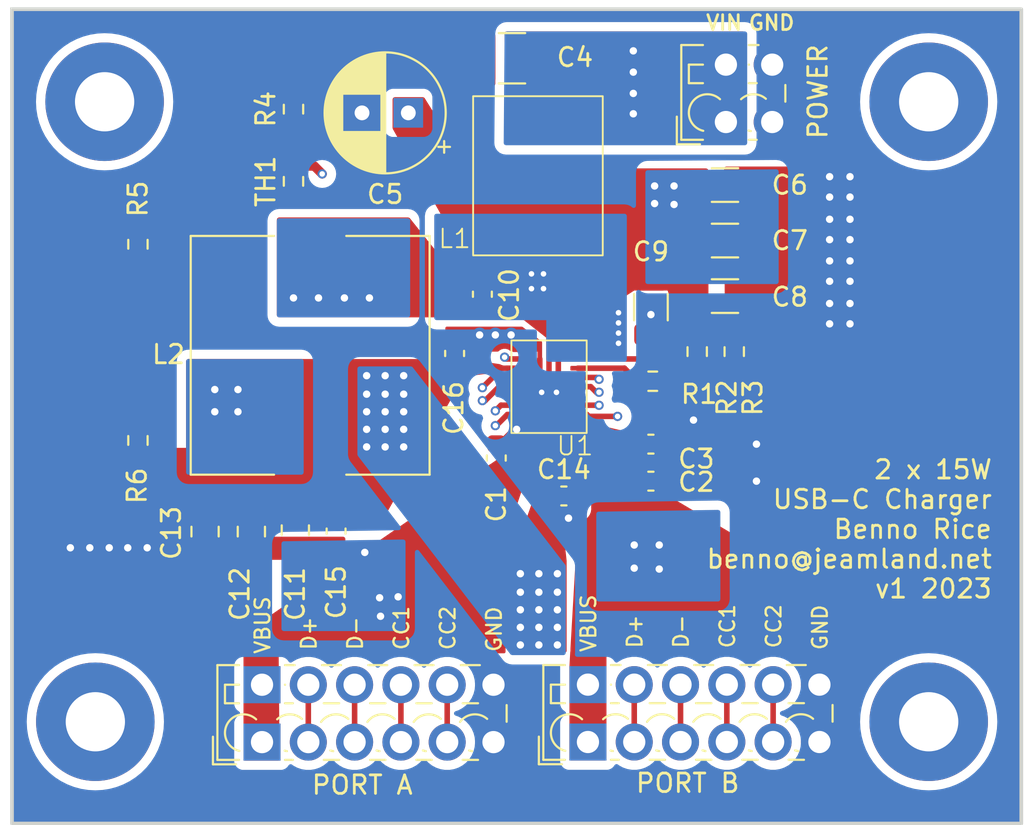
<source format=kicad_pcb>
(kicad_pcb (version 20221018) (generator pcbnew)
  (layers (0 "F.Cu" signal) (1 "In1.Cu" signal) (2 "In2.Cu" signal) (31 "B.Cu" signal) (34 "B.Paste" user) (35 "F.Paste" user) (36 "B.SilkS" user "B.Silkscreen") (37 "F.SilkS" user "F.Silkscreen") (38 "B.Mask" user) (39 "F.Mask" user) (44 "Edge.Cuts" user))
  (net 0 "")
  (net 1 "GND")
  (net 2 "Net-(U1-OUT)")
  (net 3 "Net-(U1-IN)")
  (net 4 "Net-(U1-BOOT)")
  (net 5 "Net-(U1-SW)")
  (net 6 "/BIAS")
  (net 7 "Net-(U1-FREQ{slash}SYNC)")
  (net 8 "Net-(U1-EN{slash}UV)")
  (net 9 "/TS")
  (net 10 "Net-(R5-Pad1)")
  (net 11 "/VBUS_A")
  (net 12 "/VBUS_B")
  (net 13 "/DP_A")
  (net 14 "/DM_A")
  (net 15 "/CC1_A")
  (net 16 "/CC2_A")
  (net 17 "/DP_B")
  (net 18 "/DM_B")
  (net 19 "/CC1_B")
  (net 20 "/CC2_B")
  (net 21 "Net-(J1-Pin_1)")
  (footprint "Resistor_SMD:R_0603_1608Metric" (layer "F.Cu") (at 117.8 57.2 90)
    (fp_text reference "R5" (at 2.45 0 90) (layer "F.SilkS"))
    (fp_text value "100KΩ")
    (pad "1" smd roundrect (at -0.825 0 90) (size 0.8 0.95) (layers "F.Cu" "F.Paste" "F.Mask") (net 10 "Net-(R5-Pad1)"))
    (pad "2" smd roundrect (at 0.825 0 90) (size 0.8 0.95) (layers "F.Cu" "F.Paste" "F.Mask") (net 9 "/TS"))
  )
  (footprint "Capacitor_SMD:C_1206_3216Metric" (layer "F.Cu") (at 145.5 60.6 -90)
    (fp_text reference "C9" (at -3 0 -180) (layer "F.SilkS"))
    (fp_text value "0.1µF 50V")
    (pad "1" smd roundrect (at -1.475 0 270) (size 1.15 1.8) (layers "F.Cu" "F.Paste" "F.Mask") (roundrect_rratio 0.217391) (net 3 "Net-(U1-IN)"))
    (pad "2" smd roundrect (at 1.475 0 270) (size 1.15 1.8) (layers "F.Cu" "F.Paste" "F.Mask") (roundrect_rratio 0.217391) (net 1 "GND"))
  )
  (footprint "Resistor_SMD:R_0603_1608Metric" (layer "F.Cu") (at 145.6 64.6)
    (fp_text reference "R1" (at 2.5 0.7) (layer "F.SilkS"))
    (fp_text value "49.9KΩ")
    (pad "1" smd roundrect (at -0.825 0) (size 0.8 0.95) (layers "F.Cu" "F.Paste" "F.Mask") (net 7 "Net-(U1-FREQ{slash}SYNC)"))
    (pad "2" smd roundrect (at 0.825 0) (size 0.8 0.95) (layers "F.Cu" "F.Paste" "F.Mask") (net 1 "GND"))
  )
  (footprint "Resistor_SMD:R_0603_1608Metric" (layer "F.Cu") (at 148 63 -90)
    (fp_text reference "R2" (at 2.5 -1.6 90) (layer "F.SilkS"))
    (fp_text value "20KΩ")
    (pad "1" smd roundrect (at -0.825 0 270) (size 0.8 0.95) (layers "F.Cu" "F.Paste" "F.Mask") (net 3 "Net-(U1-IN)"))
    (pad "2" smd roundrect (at 0.825 0 270) (size 0.8 0.95) (layers "F.Cu" "F.Paste" "F.Mask") (net 8 "Net-(U1-EN{slash}UV)"))
  )
  (footprint "Inductor_SMD:L_Vishay_IHLP-5050" (layer "F.Cu") (at 127.1 63.2 -90)
    (fp_text reference "L2" (at -0.05 7.65 -180) (layer "F.SilkS"))
    (fp_text value "3.3µH")
    (pad "1" smd rect (at -5.715 0 270) (size 3.175 3.3) (layers "F.Cu" "F.Paste" "F.Mask") (net 5 "Net-(U1-SW)"))
    (pad "2" smd rect (at 5.715 0 270) (size 3.175 3.3) (layers "F.Cu" "F.Paste" "F.Mask") (net 6 "/BIAS"))
  )
  (footprint "Capacitor_SMD:C_0603_1608Metric" (layer "F.Cu") (at 145.5 68)
    (fp_text reference "C3" (at 2.45 0.8) (layer "F.SilkS"))
    (fp_text value "2.2µF")
    (pad "1" smd roundrect (at -0.775 0) (size 0.9 0.95) (layers "F.Cu" "F.Paste" "F.Mask") (net 2 "Net-(U1-OUT)"))
    (pad "2" smd roundrect (at 0.775 0) (size 0.9 0.95) (layers "F.Cu" "F.Paste" "F.Mask") (net 1 "GND"))
  )
  (footprint "MountingHole:MountingHole_3.2mm_M3_Pad_TopBottom" (layer "F.Cu") (at 160.5 83)
    (fp_text reference "H4" hide)
    (fp_text value "MountingHole")
    (pad "1" thru_hole circle (at 0 0) (size 3.6 3.6) (drill 3.2) (layers "*.Cu" "*.Mask"))
    (pad "1" connect circle (at 0 0) (size 6.4 6.4) (layers "F.Cu" "F.Mask"))
    (pad "1" connect circle (at 0 0) (size 6.4 6.4) (layers "B.Cu" "B.Mask"))
  )
  (footprint "Project:BMRx00060630" (layer "F.Cu") (at 139.4 53.5 -90)
    (fp_text reference "L1" (at 3.4 4.5 unlocked) (layer "F.SilkS") (effects (font (thickness 0.1))))
    (fp_text value "1µH")
    (pad "1" smd roundrect (at -3.025 0 270) (size 2.35 3.5) (layers "F.Cu" "F.Paste" "F.Mask") (net 21 "Net-(J1-Pin_1)"))
    (pad "2" smd roundrect (at 3.025 0 270) (size 2.35 3.5) (layers "F.Cu" "F.Paste" "F.Mask") (net 3 "Net-(U1-IN)"))
  )
  (footprint "Capacitor_SMD:C_0805_2012Metric" (layer "F.Cu") (at 123.925 72.725 -90)
    (fp_text reference "C12" (at 3.375 0.625 90) (layer "F.SilkS"))
    (fp_text value "22µF 10V")
    (pad "1" smd roundrect (at -0.95 0 270) (size 1 1.45) (layers "F.Cu" "F.Paste" "F.Mask") (net 6 "/BIAS"))
    (pad "2" smd roundrect (at 0.95 0 270) (size 1 1.45) (layers "F.Cu" "F.Paste" "F.Mask") (net 1 "GND"))
  )
  (footprint "MountingHole:MountingHole_3.2mm_M3_Pad_TopBottom" (layer "F.Cu") (at 160.5 49.5)
    (fp_text reference "H2" hide)
    (fp_text value "MountingHole")
    (pad "1" thru_hole circle (at 0 0) (size 3.6 3.6) (drill 3.2) (layers "*.Cu" "*.Mask"))
    (pad "1" connect circle (at 0 0) (size 6.4 6.4) (layers "F.Cu" "F.Mask"))
    (pad "1" connect circle (at 0 0) (size 6.4 6.4) (layers "B.Cu" "B.Mask"))
  )
  (footprint "Capacitor_SMD:C_0603_1608Metric" (layer "F.Cu") (at 140.8 70.8)
    (fp_text reference "C14" (at 0 -1.43) (layer "F.SilkS"))
    (fp_text value "0.1µF 50V")
    (pad "1" smd roundrect (at -0.775 0) (size 0.9 0.95) (layers "F.Cu" "F.Paste" "F.Mask") (net 6 "/BIAS"))
    (pad "2" smd roundrect (at 0.775 0) (size 0.9 0.95) (layers "F.Cu" "F.Paste" "F.Mask") (net 1 "GND"))
  )
  (footprint "Capacitor_SMD:C_0603_1608Metric" (layer "F.Cu") (at 134.9 63.1 90)
    (fp_text reference "C16" (at -2.95 -0.05 90) (layer "F.SilkS"))
    (fp_text value "0.1µF 50V")
    (pad "1" smd roundrect (at -0.775 0 90) (size 0.9 0.95) (layers "F.Cu" "F.Paste" "F.Mask") (net 6 "/BIAS"))
    (pad "2" smd roundrect (at 0.775 0 90) (size 0.9 0.95) (layers "F.Cu" "F.Paste" "F.Mask") (net 1 "GND"))
  )
  (footprint "Resistor_SMD:R_0603_1608Metric" (layer "F.Cu") (at 150 63 90)
    (fp_text reference "R3" (at -2.5 1 90) (layer "F.SilkS"))
    (fp_text value "5.1KΩ")
    (pad "1" smd roundrect (at -0.825 0 90) (size 0.8 0.95) (layers "F.Cu" "F.Paste" "F.Mask") (net 8 "Net-(U1-EN{slash}UV)"))
    (pad "2" smd roundrect (at 0.825 0 90) (size 0.8 0.95) (layers "F.Cu" "F.Paste" "F.Mask") (net 1 "GND"))
  )
  (footprint "Resistor_SMD:R_0603_1608Metric" (layer "F.Cu") (at 126.2 49.9 90)
    (fp_text reference "R4" (at 0 -1.5 90) (layer "F.SilkS"))
    (fp_text value "15KΩ")
    (pad "1" smd roundrect (at -0.825 0 90) (size 0.8 0.95) (layers "F.Cu" "F.Paste" "F.Mask") (net 9 "/TS"))
    (pad "2" smd roundrect (at 0.825 0 90) (size 0.8 0.95) (layers "F.Cu" "F.Paste" "F.Mask") (net 1 "GND"))
  )
  (footprint "MountingHole:MountingHole_3.2mm_M3_Pad_TopBottom" (layer "F.Cu") (at 116 49.5)
    (fp_text reference "H1" hide)
    (fp_text value "MountingHole")
    (pad "1" thru_hole circle (at 0 0) (size 3.6 3.6) (drill 3.2) (layers "*.Cu" "*.Mask"))
    (pad "1" connect circle (at 0 0) (size 6.4 6.4) (layers "F.Cu" "F.Mask"))
    (pad "1" connect circle (at 0 0) (size 6.4 6.4) (layers "B.Cu" "B.Mask"))
  )
  (footprint "TerminalBlock_Phoenix:TerminalBlock_Phoenix_PTSM-0,5-2-2.5-V-THR_1x02_P2.50mm_Vertical" (layer "F.Cu") (at 149.55 50.595)
    (fp_text reference "J1" hide)
    (fp_text value "POWER")
    (pad "1" thru_hole rect (at 0 -3.1) (size 2 2) (drill 1.2) (layers "*.Cu" "*.Mask") (net 21 "Net-(J1-Pin_1)"))
    (pad "1" thru_hole rect (at 0 0) (size 2 2) (drill 1.2) (layers "*.Cu" "*.Mask") (net 21 "Net-(J1-Pin_1)"))
    (pad "2" thru_hole circle (at 2.5 -3.1) (size 2 2) (drill 1.2) (layers "*.Cu" "*.Mask") (net 1 "GND"))
    (pad "2" thru_hole circle (at 2.5 0) (size 2 2) (drill 1.2) (layers "*.Cu" "*.Mask") (net 1 "GND"))
  )
  (footprint "Capacitor_SMD:C_0805_2012Metric" (layer "F.Cu") (at 126.3 72.65 -90)
    (fp_text reference "C11" (at 3.45 0.01 90) (layer "F.SilkS"))
    (fp_text value "22µF 10V")
    (pad "1" smd roundrect (at -0.95 0 270) (size 1 1.45) (layers "F.Cu" "F.Paste" "F.Mask") (net 6 "/BIAS"))
    (pad "2" smd roundrect (at 0.95 0 270) (size 1 1.45) (layers "F.Cu" "F.Paste" "F.Mask") (net 1 "GND"))
  )
  (footprint "Capacitor_SMD:C_1206_3216Metric" (layer "F.Cu") (at 149.5 57)
    (fp_text reference "C7" (at 3.5 0) (layer "F.SilkS"))
    (fp_text value "10µF 50V")
    (pad "1" smd roundrect (at -1.475 0) (size 1.15 1.8) (layers "F.Cu" "F.Paste" "F.Mask") (roundrect_rratio 0.217391) (net 3 "Net-(U1-IN)"))
    (pad "2" smd roundrect (at 1.475 0) (size 1.15 1.8) (layers "F.Cu" "F.Paste" "F.Mask") (roundrect_rratio 0.217391) (net 1 "GND"))
  )
  (footprint "Capacitor_SMD:C_1206_3216Metric" (layer "F.Cu") (at 149.5 60)
    (fp_text reference "C8" (at 3.5 0.05) (layer "F.SilkS"))
    (fp_text value "10µF 50V")
    (pad "1" smd roundrect (at -1.475 0) (size 1.15 1.8) (layers "F.Cu" "F.Paste" "F.Mask") (roundrect_rratio 0.217391) (net 3 "Net-(U1-IN)"))
    (pad "2" smd roundrect (at 1.475 0) (size 1.15 1.8) (layers "F.Cu" "F.Paste" "F.Mask") (roundrect_rratio 0.217391) (net 1 "GND"))
  )
  (footprint "Capacitor_SMD:C_1206_3216Metric" (layer "F.Cu") (at 149.5 54)
    (fp_text reference "C6" (at 3.5 0) (layer "F.SilkS"))
    (fp_text value "10µF 50V")
    (pad "1" smd roundrect (at -1.475 0) (size 1.15 1.8) (layers "F.Cu" "F.Paste" "F.Mask") (roundrect_rratio 0.217391) (net 3 "Net-(U1-IN)"))
    (pad "2" smd roundrect (at 1.475 0) (size 1.15 1.8) (layers "F.Cu" "F.Paste" "F.Mask") (roundrect_rratio 0.217391) (net 1 "GND"))
  )
  (footprint "Capacitor_THT:CP_Radial_D6.3mm_P2.50mm" (layer "F.Cu") (at 132.4 50.1 180)
    (fp_text reference "C5" (at 1.25 -4.4) (layer "F.SilkS"))
    (fp_text value "100µF 35V")
    (pad "1" thru_hole rect (at 0 0 180) (size 1.6 1.6) (drill 0.8) (layers "*.Cu" "*.Mask") (net 3 "Net-(U1-IN)"))
    (pad "2" thru_hole circle (at 2.5 0 180) (size 1.6 1.6) (drill 0.8) (layers "*.Cu" "*.Mask") (net 1 "GND"))
  )
  (footprint "Project:TPS25858-Q1" (layer "F.Cu") (at 140 64.896997)
    (fp_text reference "U1" (at 1.4 3.203003 unlocked) (layer "F.SilkS") (effects (font (thickness 0.1))))
    (fp_text value "TPS25858-Q1")
    (pad "1" smd custom (at -1.4125 -2) (size 0.25 0.25) (layers "F.Cu" "F.Paste" "F.Mask") (net 1 "GND") (options (clearance outline) (anchor circle)) (primitives (gr_poly (pts (xy -0.5375 -0.116798) (xy -0.536876 -0.119937) (xy -0.535098 -0.122598) (xy -0.532437 -0.124376) (xy -0.529298 -0.125) (xy 0.529298 -0.125) (xy 0.532437 -0.124376) (xy 0.535098 -0.122598) (xy 0.536876 -0.119937) (xy 0.5375 -0.116798) (xy 0.5375 0.116798) (xy 0.536876 0.119937) (xy 0.535098 0.122598) (xy 0.532437 0.124376) (xy 0.529298 0.125) (xy -0.529298 0.125) (xy -0.532437 0.124376) (xy -0.535098 0.122598) (xy -0.536876 0.119937) (xy -0.5375 0.116798)) (width 0) (fill yes)) (gr_rect (start -0.1375 -0.45) (end 0.5375 0) (width 0) (fill yes))))
    (pad "2" smd roundrect (at -1.525 -1.5) (size 0.825 0.25) (layers "F.Cu" "F.Paste" "F.Mask") (roundrect_rratio 0.2) (net 9 "/TS"))
    (pad "3" smd roundrect (at -1.55 -1) (size 0.8 0.25) (layers "F.Cu" "F.Paste" "F.Mask") (roundrect_rratio 0.2) (net 6 "/BIAS"))
    (pad "4" smd roundrect (at -1.45 -0.5) (size 1 0.25) (layers "F.Cu" "F.Paste" "F.Mask") (roundrect_rratio 0.2) (net 13 "/DP_A"))
    (pad "5" smd roundrect (at -1.45 0) (size 1 0.25) (layers "F.Cu" "F.Paste" "F.Mask") (roundrect_rratio 0.2) (net 14 "/DM_A"))
    (pad "6" smd roundrect (at -1.45 0.5) (size 1 0.25) (layers "F.Cu" "F.Paste" "F.Mask") (roundrect_rratio 0.2) (net 1 "GND"))
    (pad "7" smd roundrect (at -1.5375 1) (size 0.85 0.25) (layers "F.Cu" "F.Paste" "F.Mask") (roundrect_rratio 0.2) (net 15 "/CC1_A"))
    (pad "8" smd roundrect (at -1.5375 1.5) (size 0.85 0.25) (layers "F.Cu" "F.Paste" "F.Mask") (roundrect_rratio 0.2) (net 16 "/CC2_A"))
    (pad "9" smd custom (at -1.4125 2) (size 0.25 0.25) (layers "F.Cu" "F.Paste" "F.Mask") (net 1 "GND") (options (clearance outline) (anchor circle)) (primitives (gr_poly (pts (xy -0.5375 -0.075) (xy -0.533694 -0.094134) (xy -0.522855 -0.110355) (xy -0.506634 -0.121194) (xy -0.4875 -0.125) (xy 0.4875 -0.125) (xy 0.506634 -0.121194) (xy 0.522855 -0.110355) (xy 0.533694 -0.094134) (xy 0.5375 -0.075) (xy 0.5375 0.075) (xy 0.533694 0.094134) (xy 0.522855 0.110355) (xy 0.506634 0.121194) (xy 0.4875 0.125) (xy -0.4875 0.125) (xy -0.506634 0.121194) (xy -0.522855 0.110355) (xy -0.533694 0.094134) (xy -0.5375 0.075)) (width 0) (fill yes)) (gr_rect (start -0.1375 0) (end 0.5375 0.45) (width 0) (fill yes))))
    (pad "10" smd roundrect (at -0.5 1.675 90) (size 1.55 0.25) (layers "F.Cu" "F.Paste" "F.Mask") (roundrect_rratio 0.2) (net 11 "/VBUS_A"))
    (pad "11" smd roundrect (at 0 1.675 90) (size 1.55 0.25) (layers "F.Cu" "F.Paste" "F.Mask") (roundrect_rratio 0.2) (net 6 "/BIAS"))
    (pad "12" smd roundrect (at 0.5 1.675 90) (size 1.55 0.25) (layers "F.Cu" "F.Paste" "F.Mask") (roundrect_rratio 0.2) (net 12 "/VBUS_B"))
    (pad "13" smd custom (at 1.4125 2) (size 0.25 0.25) (layers "F.Cu" "F.Paste" "F.Mask") (net 2 "Net-(U1-OUT)") (options (clearance outline) (anchor circle)) (primitives (gr_poly (pts (xy -0.5375 -0.075) (xy -0.533694 -0.094134) (xy -0.522855 -0.110355) (xy -0.506634 -0.121194) (xy -0.4875 -0.125) (xy 0.4875 -0.125) (xy 0.506634 -0.121194) (xy 0.522855 -0.110355) (xy 0.533694 -0.094134) (xy 0.5375 -0.075) (xy 0.5375 0.075) (xy 0.533694 0.094134) (xy 0.522855 0.110355) (xy 0.506634 0.121194) (xy 0.4875 0.125) (xy -0.4875 0.125) (xy -0.506634 0.121194) (xy -0.522855 0.110355) (xy -0.533694 0.094134) (xy -0.5375 0.075)) (width 0) (fill yes)) (gr_rect (start -0.5375 0) (end 0.1375 0.45) (width 0) (fill yes))))
    (pad "14" smd roundrect (at 1.5375 1.5 180) (size 0.85 0.25) (layers "F.Cu" "F.Paste" "F.Mask") (roundrect_rratio 0.2) (net 20 "/CC2_B"))
    (pad "15" smd roundrect (at 1.5375 1 180) (size 0.85 0.25) (layers "F.Cu" "F.Paste" "F.Mask") (roundrect_rratio 0.2) (net 19 "/CC1_B"))
    (pad "16" smd roundrect (at 1.45 0.5 180) (size 1 0.25) (layers "F.Cu" "F.Paste" "F.Mask") (roundrect_rratio 0.2) (net 1 "GND"))
    (pad "17" smd roundrect (at 1.45 0 180) (size 1 0.25) (layers "F.Cu" "F.Paste" "F.Mask") (roundrect_rratio 0.2) (net 18 "/DM_B"))
    (pad "18" smd roundrect (at 1.45 -0.5 180) (size 1 0.25) (layers "F.Cu" "F.Paste" "F.Mask") (roundrect_rratio 0.2) (net 17 "/DP_B"))
    (pad "19" smd roundrect (at 1.55 -1 180) (size 0.8 0.25) (layers "F.Cu" "F.Paste" "F.Mask") (roundrect_rratio 0.2) (net 7 "Net-(U1-FREQ{slash}SYNC)"))
    (pad "20" smd roundrect (at 1.525 -1.5 180) (size 0.825 0.25) (layers "F.Cu" "F.Paste" "F.Mask") (roundrect_rratio 0.2) (net 8 "Net-(U1-EN{slash}UV)"))
    (pad "21" smd custom (at 1.4125 -2) (size 0.25 0.25) (layers "F.Cu" "F.Paste" "F.Mask") (net 4 "Net-(U1-BOOT)") (options (clearance outline) (anchor circle)) (primitives (gr_poly (pts (xy -0.5375 -0.075) (xy -0.533694 -0.094134) (xy -0.522855 -0.110355) (xy -0.506634 -0.121194) (xy -0.4875 -0.125) (xy 0.4875 -0.125) (xy 0.506634 -0.121194) (xy 0.522855 -0.110355) (xy 0.533694 -0.094134) (xy 0.5375 -0.075) (xy 0.5375 0.075) (xy 0.533694 0.094134) (xy 0.522855 0.110355) (xy 0.506634 0.121194) (xy 0.4875 0.125) (xy -0.4875 0.125) (xy -0.506634 0.121194) (xy -0.522855 0.110355) (xy -0.533694 0.094134) (xy -0.5375 0.075)) (width 0) (fill yes)) (gr_rect (start -0.5375 -0.45) (end 0.1375 0) (width 0) (fill yes))))
    (pad "22" smd roundrect (at 0.5 -1.5 270) (size 1.9 0.25) (layers "F.Cu" "F.Paste" "F.Mask") (roundrect_rratio 0.2) (net 3 "Net-(U1-IN)"))
    (pad "23" smd roundrect (at 0 -1.5 270) (size 1.9 0.25) (layers "F.Cu" "F.Paste" "F.Mask") (roundrect_rratio 0.2) (net 5 "Net-(U1-SW)"))
    (pad "24" smd roundrect (at -0.5 -1.5 270) (size 1.9 0.25) (layers "F.Cu" "F.Paste" "F.Mask") (roundrect_rratio 0.2) (net 1 "GND"))
    (pad "25" smd roundrect (at 0 0.325) (size 1.325 0.65) (layers "F.Cu" "F.Paste" "F.Mask") (roundrect_rratio 0.2) (net 1 "GND"))
  )
  (footprint "MountingHole:MountingHole_3.2mm_M3_Pad_TopBottom" (layer "F.Cu") (at 115.5 83)
    (fp_text reference "H3" hide)
    (fp_text value "MountingHole")
    (pad "1" thru_hole circle (at 0 0) (size 3.6 3.6) (drill 3.2) (layers "*.Cu" "*.Mask"))
    (pad "1" connect circle (at 0 0) (size 6.4 6.4) (layers "F.Cu" "F.Mask"))
    (pad "1" connect circle (at 0 0) (size 6.4 6.4) (layers "B.Cu" "B.Mask"))
  )
  (footprint "Capacitor_SMD:C_0603_1608Metric" (layer "F.Cu") (at 137.15 68.75 90)
    (fp_text reference "C1" (at -2.5 0 90) (layer "F.SilkS"))
    (fp_text value "1µF 6.3V")
    (pad "1" smd roundrect (at -0.775 0 90) (size 0.9 0.95) (layers "F.Cu" "F.Paste" "F.Mask") (net 11 "/VBUS_A"))
    (pad "2" smd roundrect (at 0.775 0 90) (size 0.9 0.95) (layers "F.Cu" "F.Paste" "F.Mask") (net 1 "GND"))
  )
  (footprint "Capacitor_SMD:C_0603_1608Metric" (layer "F.Cu") (at 128.5 72.7 -90)
    (fp_text reference "C15" (at 3.3 0 90) (layer "F.SilkS"))
    (fp_text value "2.2µF")
    (pad "1" smd roundrect (at -0.775 0 270) (size 0.9 0.95) (layers "F.Cu" "F.Paste" "F.Mask") (net 6 "/BIAS"))
    (pad "2" smd roundrect (at 0.775 0 270) (size 0.9 0.95) (layers "F.Cu" "F.Paste" "F.Mask") (net 1 "GND"))
  )
  (footprint "TerminalBlock_Phoenix:TerminalBlock_Phoenix_PTSM-0,5-6-2.5-V-THR_1x06_P2.50mm_Vertical" (layer "F.Cu") (at 124.5 84.1)
    (fp_text reference "J2" hide)
    (fp_text value "PORT_A")
    (pad "1" thru_hole rect (at 0 -3.1) (size 2 2) (drill 1.2) (layers "*.Cu" "*.Mask") (net 11 "/VBUS_A"))
    (pad "1" thru_hole rect (at 0 0) (size 2 2) (drill 1.2) (layers "*.Cu" "*.Mask") (net 11 "/VBUS_A"))
    (pad "2" thru_hole circle (at 2.5 -3.1) (size 2 2) (drill 1.2) (layers "*.Cu" "*.Mask") (net 13 "/DP_A"))
    (pad "2" thru_hole circle (at 2.5 0) (size 2 2) (drill 1.2) (layers "*.Cu" "*.Mask") (net 13 "/DP_A"))
    (pad "3" thru_hole circle (at 5 -3.1) (size 2 2) (drill 1.2) (layers "*.Cu" "*.Mask") (net 14 "/DM_A"))
    (pad "3" thru_hole circle (at 5 0) (size 2 2) (drill 1.2) (layers "*.Cu" "*.Mask") (net 14 "/DM_A"))
    (pad "4" thru_hole circle (at 7.5 -3.1) (size 2 2) (drill 1.2) (layers "*.Cu" "*.Mask") (net 15 "/CC1_A"))
    (pad "4" thru_hole circle (at 7.5 0) (size 2 2) (drill 1.2) (layers "*.Cu" "*.Mask") (net 15 "/CC1_A"))
    (pad "5" thru_hole circle (at 10 -3.1) (size 2 2) (drill 1.2) (layers "*.Cu" "*.Mask") (net 16 "/CC2_A"))
    (pad "5" thru_hole circle (at 10 0) (size 2 2) (drill 1.2) (layers "*.Cu" "*.Mask") (net 16 "/CC2_A"))
    (pad "6" thru_hole circle (at 12.5 -3.1) (size 2 2) (drill 1.2) (layers "*.Cu" "*.Mask") (net 1 "GND"))
    (pad "6" thru_hole circle (at 12.5 0) (size 2 2) (drill 1.2) (layers "*.Cu" "*.Mask") (net 1 "GND"))
  )
  (footprint "Capacitor_SMD:C_0603_1608Metric" (layer "F.Cu") (at 145.5 70)
    (fp_text reference "C2" (at 2.45 0.05) (layer "F.SilkS"))
    (fp_text value "1µF 6.3V")
    (pad "1" smd roundrect (at -0.775 0) (size 0.9 0.95) (layers "F.Cu" "F.Paste" "F.Mask") (net 12 "/VBUS_B"))
    (pad "2" smd roundrect (at 0.775 0) (size 0.9 0.95) (layers "F.Cu" "F.Paste" "F.Mask") (net 1 "GND"))
  )
  (footprint "Capacitor_SMD:C_1210_3225Metric" (layer "F.Cu") (at 138 47.15 180)
    (fp_text reference "C4" (at -3.4 0.05 180) (layer "F.SilkS"))
    (fp_text value "10µF 50V")
    (pad "1" smd roundrect (at -1.475 0 180) (size 1.15 2.7) (layers "F.Cu" "F.Paste" "F.Mask") (roundrect_rratio 0.217391) (net 21 "Net-(J1-Pin_1)"))
    (pad "2" smd roundrect (at 1.475 0 180) (size 1.15 2.7) (layers "F.Cu" "F.Paste" "F.Mask") (roundrect_rratio 0.217391) (net 1 "GND"))
  )
  (footprint "Capacitor_SMD:C_0603_1608Metric" (layer "F.Cu") (at 136.4 59.9 -90)
    (fp_text reference "C10" (at 0.05 -1.45 90) (layer "F.SilkS"))
    (fp_text value "0.1µF 50V")
    (pad "1" smd roundrect (at -0.775 0 270) (size 0.9 0.95) (layers "F.Cu" "F.Paste" "F.Mask") (net 4 "Net-(U1-BOOT)"))
    (pad "2" smd roundrect (at 0.775 0 270) (size 0.9 0.95) (layers "F.Cu" "F.Paste" "F.Mask") (net 5 "Net-(U1-SW)"))
  )
  (footprint "TerminalBlock_Phoenix:TerminalBlock_Phoenix_PTSM-0,5-6-2.5-V-THR_1x06_P2.50mm_Vertical" (layer "F.Cu") (at 142.1 84.095)
    (fp_text reference "J3" hide)
    (fp_text value "PORT_B")
    (pad "1" thru_hole rect (at 0 -3.1) (size 2 2) (drill 1.2) (layers "*.Cu" "*.Mask") (net 12 "/VBUS_B"))
    (pad "1" thru_hole rect (at 0 0) (size 2 2) (drill 1.2) (layers "*.Cu" "*.Mask") (net 12 "/VBUS_B"))
    (pad "2" thru_hole circle (at 2.5 -3.1) (size 2 2) (drill 1.2) (layers "*.Cu" "*.Mask") (net 17 "/DP_B"))
    (pad "2" thru_hole circle (at 2.5 0) (size 2 2) (drill 1.2) (layers "*.Cu" "*.Mask") (net 17 "/DP_B"))
    (pad "3" thru_hole circle (at 5 -3.1) (size 2 2) (drill 1.2) (layers "*.Cu" "*.Mask") (net 18 "/DM_B"))
    (pad "3" thru_hole circle (at 5 0) (size 2 2) (drill 1.2) (layers "*.Cu" "*.Mask") (net 18 "/DM_B"))
    (pad "4" thru_hole circle (at 7.5 -3.1) (size 2 2) (drill 1.2) (layers "*.Cu" "*.Mask") (net 19 "/CC1_B"))
    (pad "4" thru_hole circle (at 7.5 0) (size 2 2) (drill 1.2) (layers "*.Cu" "*.Mask") (net 19 "/CC1_B"))
    (pad "5" thru_hole circle (at 10 -3.1) (size 2 2) (drill 1.2) (layers "*.Cu" "*.Mask") (net 20 "/CC2_B"))
    (pad "5" thru_hole circle (at 10 0) (size 2 2) (drill 1.2) (layers "*.Cu" "*.Mask") (net 20 "/CC2_B"))
    (pad "6" thru_hole circle (at 12.5 -3.1) (size 2 2) (drill 1.2) (layers "*.Cu" "*.Mask") (net 1 "GND"))
    (pad "6" thru_hole circle (at 12.5 0) (size 2 2) (drill 1.2) (layers "*.Cu" "*.Mask") (net 1 "GND"))
  )
  (footprint "Resistor_SMD:R_0603_1608Metric" (layer "F.Cu") (at 117.8 67.8 -90)
    (fp_text reference "R6" (at 2.45 0.05 90) (layer "F.SilkS"))
    (fp_text value "5.1KΩ")
    (pad "1" smd roundrect (at -0.825 0 270) (size 0.8 0.95) (layers "F.Cu" "F.Paste" "F.Mask") (net 10 "Net-(R5-Pad1)"))
    (pad "2" smd roundrect (at 0.825 0 270) (size 0.8 0.95) (layers "F.Cu" "F.Paste" "F.Mask") (net 6 "/BIAS"))
  )
  (footprint "Resistor_SMD:R_0603_1608Metric" (layer "F.Cu") (at 126.2 53.8 90)
    (fp_text reference "TH1" (at 0 -1.5 90) (layer "F.SilkS"))
    (fp_text value "470KΩ")
    (pad "1" smd roundrect (at -0.825 0 90) (size 0.8 0.95) (layers "F.Cu" "F.Paste" "F.Mask") (net 10 "Net-(R5-Pad1)"))
    (pad "2" smd roundrect (at 0.825 0 90) (size 0.8 0.95) (layers "F.Cu" "F.Paste" "F.Mask") (net 9 "/TS"))
  )
  (footprint "Capacitor_SMD:C_0805_2012Metric" (layer "F.Cu") (at 121.425 72.725 -90)
    (fp_text reference "C13" (at 0.075 1.825 90) (layer "F.SilkS"))
    (fp_text value "22µF 10V")
    (pad "1" smd roundrect (at -0.95 0 270) (size 1 1.45) (layers "F.Cu" "F.Paste" "F.Mask") (net 6 "/BIAS"))
    (pad "2" smd roundrect (at 0.95 0 270) (size 1 1.45) (layers "F.Cu" "F.Paste" "F.Mask") (net 1 "GND"))
  )
  (gr_rect (start 111 44.5) (end 165.5 88.5) (stroke (width 0.2)) (fill none) (layer "Edge.Cuts"))
  (gr_text "CC2" (at 135 79.2 90) (layer "F.SilkS") (effects (font (size 0.8 0.8) (thickness 0.125)) (justify left bottom)))
  (gr_text "D-" (at 130 79.2 90) (layer "F.SilkS") (effects (font (size 0.8 0.8) (thickness 0.125)) (justify left bottom)))
  (gr_text "D+" (at 145.1 79.1 90) (layer "F.SilkS") (effects (font (size 0.8 0.8) (thickness 0.125)) (justify left bottom)))
  (gr_text "CC1" (at 150.1 79.1 90) (layer "F.SilkS") (effects (font (size 0.8 0.8) (thickness 0.125)) (justify left bottom)))
  (gr_text "D+" (at 127.5 79.2 90) (layer "F.SilkS") (effects (font (size 0.8 0.8) (thickness 0.125)) (justify left bottom)))
  (gr_text "POWER" (at 155.1 51.6 90) (layer "F.SilkS") (effects (font (size 1 1)) (justify left bottom)))
  (gr_text "VBUS" (at 125 79.4 90) (layer "F.SilkS") (effects (font (size 0.8 0.8) (thickness 0.125)) (justify left bottom)))
  (gr_text "D-" (at 147.6 79.1 90) (layer "F.SilkS") (effects (font (size 0.8 0.8) (thickness 0.125)) (justify left bottom)))
  (gr_text "CC2" (at 152.6 79.1 90) (layer "F.SilkS") (effects (font (size 0.8 0.8) (thickness 0.125)) (justify left bottom)))
  (gr_text "GND" (at 155.1 79.2 90) (layer "F.SilkS") (effects (font (size 0.8 0.8) (thickness 0.125)) (justify left bottom)))
  (gr_text "GND" (at 137.5 79.3 90) (layer "F.SilkS") (effects (font (size 0.8 0.8) (thickness 0.125)) (justify left bottom)))
  (gr_text "VIN" (at 148.4 45.7) (layer "F.SilkS") (effects (font (size 0.8 0.8)) (justify left bottom)))
  (gr_text "PORT A" (at 127.1 87) (layer "F.SilkS") (effects (font (size 1 1)) (justify left bottom)))
  (gr_text "CC1" (at 132.5 79.2 90) (layer "F.SilkS") (effects (font (size 0.8 0.8) (thickness 0.125)) (justify left bottom)))
  (gr_text "PORT B" (at 144.6 86.9) (layer "F.SilkS") (effects (font (size 1 1)) (justify left bottom)))
  (gr_text "VBUS" (at 142.6 79.3 90) (layer "F.SilkS") (effects (font (size 0.8 0.8) (thickness 0.125)) (justify left bottom)))
  (gr_text "GND" (at 150.7 45.7) (layer "F.SilkS") (effects (font (size 0.8 0.8)) (justify left bottom)))
  (gr_text "2 x 15W\nUSB-C Charger\nBenno Rice\nbenno@jeamland.net\nv1 2023" (at 164 76.4) (layer "F.SilkS") (effects (font (size 1 1)) (justify right bottom)))
  (segment (start 141.575 70.8) (end 141.575 71.4755) (width 1) (layer "F.Cu") (net 1))
  (segment (start 146.425 65.325) (end 147.8 66.7) (width 1) (layer "F.Cu") (net 1))
  (segment (start 137.15 67.975) (end 137.475 67.975) (width 0.5) (layer "F.Cu") (net 1))
  (segment (start 140.175 65.396997) (end 140 65.221997) (width 0.3) (layer "F.Cu") (net 1))
  (segment (start 138.55 65.396997) (end 139.503003 65.396997) (width 0.3) (layer "F.Cu") (net 1))
  (segment (start 145.5 62.075) (end 145.5 61) (width 1) (layer "F.Cu") (net 1))
  (segment (start 139.796997 65.396997) (end 139.825 65.396997) (width 0.3) (layer "F.Cu") (net 1))
  (segment (start 139.6 65.2) (end 139.796997 65.396997) (width 0.3) (layer "F.Cu") (net 1))
  (segment (start 146.275 70) (end 151.2 70) (width 1) (layer "F.Cu") (net 1))
  (segment (start 139.5 64.721997) (end 140 65.221997) (width 0.3) (layer "F.Cu") (net 1))
  (segment (start 139.5 63.396997) (end 139.5 64.721997) (width 0.3) (layer "F.Cu") (net 1))
  (segment (start 128.875 49.075) (end 129.9 50.1) (width 0.5) (layer "F.Cu") (net 1))
  (segment (start 141.45 65.396997) (end 140.175 65.396997) (width 0.3) (layer "F.Cu") (net 1))
  (segment (start 146.275 68) (end 151.2 68) (width 1) (layer "F.Cu") (net 1))
  (segment (start 146.425 64.6) (end 146.425 65.325) (width 1) (layer "F.Cu") (net 1))
  (segment (start 140.3 65.25) (end 140.4 65.2) (width 0.3) (layer "F.Cu") (net 1))
  (segment (start 141.575 71.4755) (end 141.0505 72) (width 1) (layer "F.Cu") (net 1))
  (segment (start 140.4 65.2) (end 140 65.221997) (width 0.3) (layer "F.Cu") (net 1))
  (segment (start 139.825 65.396997) (end 140.3 65.25) (width 0.3) (layer "F.Cu") (net 1))
  (segment (start 137.475 67.975) (end 138.25 67.2) (width 0.5) (layer "F.Cu") (net 1))
  (segment (start 126.2 49.075) (end 128.875 49.075) (width 0.5) (layer "F.Cu") (net 1))
  (segment (start 139.65 65.25) (end 139.6 65.2) (width 0.3) (layer "F.Cu") (net 1))
  (segment (start 139.503003 65.396997) (end 139.65 65.25) (width 0.3) (layer "F.Cu") (net 1))
  (via (at 139.6 65.2) (size 0.5) (drill 0.3) (layers "F.Cu" "B.Cu") (net 1))
  (via (at 136.25 62.1) (size 0.8) (drill 0.4) (layers "F.Cu" "B.Cu") (net 1))
  (via (at 156.25 59.2) (size 0.8) (drill 0.4) (layers "F.Cu" "B.Cu") (net 1))
  (via (at 117.25 73.6) (size 0.8) (drill 0.4) (layers "F.Cu" "B.Cu") (net 1))
  (via (at 155.15 59.2) (size 0.8) (drill 0.4) (layers "F.Cu" "B.Cu") (net 1))
  (via (at 155.15 60.4) (size 0.8) (drill 0.4) (layers "F.Cu" "B.Cu") (net 1))
  (via (at 156.25 55.85) (size 0.8) (drill 0.4) (layers "F.Cu" "B.Cu") (net 1))
  (via (at 155.15 61.5) (size 0.8) (drill 0.4) (layers "F.Cu" "B.Cu") (net 1))
  (via (at 138.25 67.2) (size 0.8) (drill 0.4) (layers "F.Cu" "B.Cu") (net 1))
  (via (at 155.15 53.55) (size 0.8) (drill 0.4) (layers "F.Cu" "B.Cu") (net 1))
  (via (at 114.15 73.6) (size 0.8) (drill 0.4) (layers "F.Cu" "B.Cu") (net 1))
  (via (at 140.4 65.2) (size 0.5) (drill 0.3) (layers "F.Cu" "B.Cu") (net 1))
  (via (at 116.25 73.6) (size 0.8) (drill 0.4) (layers "F.Cu" "B.Cu") (net 1))
  (via (at 118.3 73.6) (size 0.8) (drill 0.4) (layers "F.Cu" "B.Cu") (net 1))
  (via (at 141.0505 72) (size 0.8) (drill 0.4) (layers "F.Cu" "B.Cu") (net 1))
  (via (at 155.15 55.85) (size 0.8) (drill 0.4) (layers "F.Cu" "B.Cu") (net 1))
  (via (at 145.5 61) (size 0.8) (drill 0.4) (layers "F.Cu" "B.Cu") (net 1))
  (via (at 115.2 73.6) (size 0.8) (drill 0.4) (layers "F.Cu" "B.Cu") (net 1))
  (via (at 151.2 68) (size 0.8) (drill 0.4) (layers "F.Cu" "B.Cu") (net 1))
  (via (at 137.1 62.1) (size 0.8) (drill 0.4) (layers "F.Cu" "B.Cu") (net 1))
  (via (at 156.25 61.5) (size 0.8) (drill 0.4) (layers "F.Cu" "B.Cu") (net 1))
  (via (at 155.15 54.65) (size 0.8) (drill 0.4) (layers "F.Cu" "B.Cu") (net 1))
  (via (at 155.15 56.95) (size 0.8) (drill 0.4) (layers "F.Cu" "B.Cu") (net 1))
  (via (at 156.25 60.4) (size 0.8) (drill 0.4) (layers "F.Cu" "B.Cu") (net 1))
  (via (at 156.25 54.65) (size 0.8) (drill 0.4) (layers "F.Cu" "B.Cu") (net 1))
  (via (at 155.15 58.1) (size 0.8) (drill 0.4) (layers "F.Cu" "B.Cu") (net 1))
  (via (at 147.8 66.7) (size 0.8) (drill 0.4) (layers "F.Cu" "B.Cu") (net 1))
  (via (at 156.25 53.55) (size 0.8) (drill 0.4) (layers "F.Cu" "B.Cu") (net 1))
  (via (at 156.25 58.1) (size 0.8) (drill 0.4) (layers "F.Cu" "B.Cu") (net 1))
  (via (at 156.25 56.95) (size 0.8) (drill 0.4) (layers "F.Cu" "B.Cu") (net 1))
  (via (at 137.95 62.1) (size 0.8) (drill 0.4) (layers "F.Cu" "B.Cu") (net 1))
  (via (at 151.2 70) (size 0.8) (drill 0.4) (layers "F.Cu" "B.Cu") (net 1))
  (via (at 146.75 55.05) (size 0.8) (drill 0.4) (layers "F.Cu" "B.Cu") (net 3))
  (via (at 145.7 54.05) (size 0.8) (drill 0.4) (layers "F.Cu" "B.Cu") (net 3))
  (via (at 145.7 55) (size 0.8) (drill 0.4) (layers "F.Cu" "B.Cu") (net 3))
  (via (at 146.75 54.05) (size 0.8) (drill 0.4) (layers "F.Cu" "B.Cu") (net 3))
  (via (at 143.75 61.45) (size 0.5) (drill 0.3) (layers "F.Cu" "B.Cu") (net 4))
  (via (at 139.7 59.6) (size 0.5) (drill 0.3) (layers "F.Cu" "B.Cu") (net 4))
  (via (at 139.7 58.8) (size 0.5) (drill 0.3) (layers "F.Cu" "B.Cu") (net 4))
  (via (at 139.05 59.6) (size 0.5) (drill 0.3) (layers "F.Cu" "B.Cu") (net 4))
  (via (at 139.05 58.8) (size 0.5) (drill 0.3) (layers "F.Cu" "B.Cu") (net 4))
  (via (at 143.75 60.9) (size 0.5) (drill 0.3) (layers "F.Cu" "B.Cu") (net 4))
  (via (at 143.75 62.55) (size 0.5) (drill 0.3) (layers "F.Cu" "B.Cu") (net 4))
  (via (at 143.75 62) (size 0.5) (drill 0.3) (layers "F.Cu" "B.Cu") (net 4))
  (via (at 128.95 60.1) (size 0.8) (drill 0.4) (layers "F.Cu" "B.Cu") (net 5))
  (via (at 126.2 60.1) (size 0.8) (drill 0.4) (layers "F.Cu" "B.Cu") (net 5))
  (via (at 130.3 60.1) (size 0.8) (drill 0.4) (layers "F.Cu" "B.Cu") (net 5))
  (via (at 127.55 60.1) (size 0.8) (drill 0.4) (layers "F.Cu" "B.Cu") (net 5))
  (via (at 140.45 75) (size 0.8) (drill 0.4) (layers "F.Cu" "B.Cu") (net 6))
  (via (at 138.45 75) (size 0.8) (drill 0.4) (layers "F.Cu" "B.Cu") (net 6))
  (via (at 138.45 78.85) (size 0.8) (drill 0.4) (layers "F.Cu" "B.Cu") (net 6))
  (via (at 130.15 66.25) (size 0.8) (drill 0.4) (layers "F.Cu" "B.Cu") (net 6))
  (via (at 121.95 65.05) (size 0.8) (drill 0.4) (layers "F.Cu" "B.Cu") (net 6))
  (via (at 131.15 64.3) (size 0.8) (drill 0.4) (layers "F.Cu" "B.Cu") (net 6))
  (via (at 132.15 65.3) (size 0.8) (drill 0.4) (layers "F.Cu" "B.Cu") (net 6))
  (via (at 131.15 66.25) (size 0.8) (drill 0.4) (layers "F.Cu" "B.Cu") (net 6))
  (via (at 139.45 77.9) (size 0.8) (drill 0.4) (layers "F.Cu" "B.Cu") (net 6))
  (via (at 139.45 76.95) (size 0.8) (drill 0.4) (layers "F.Cu" "B.Cu") (net 6))
  (via (at 130.15 64.3) (size 0.8) (drill 0.4) (layers "F.Cu" "B.Cu") (net 6))
  (via (at 131.15 67.2) (size 0.8) (drill 0.4) (layers "F.Cu" "B.Cu") (net 6))
  (via (at 132.15 68.15) (size 0.8) (drill 0.4) (layers "F.Cu" "B.Cu") (net 6))
  (via (at 123.2 66.25) (size 0.8) (drill 0.4) (layers "F.Cu" "B.Cu") (net 6))
  (via (at 130.15 65.3) (size 0.8) (drill 0.4) (layers "F.Cu" "B.Cu") (net 6))
  (via (at 140.45 76.95) (size 0.8) (drill 0.4) (layers "F.Cu" "B.Cu") (net 6))
  (via (at 130.15 67.2) (size 0.8) (drill 0.4) (layers "F.Cu" "B.Cu") (net 6))
  (via (at 123.2 65.05) (size 0.8) (drill 0.4) (layers "F.Cu" "B.Cu") (net 6))
  (via (at 138.45 76.95) (size 0.8) (drill 0.4) (layers "F.Cu" "B.Cu") (net 6))
  (via (at 140.45 78.85) (size 0.8) (drill 0.4) (layers "F.Cu" "B.Cu") (net 6))
  (via (at 139.45 75) (size 0.8) (drill 0.4) (layers "F.Cu" "B.Cu") (net 6))
  (via (at 131.15 68.15) (size 0.8) (drill 0.4) (layers "F.Cu" "B.Cu") (net 6))
  (via (at 130.15 68.15) (size 0.8) (drill 0.4) (layers "F.Cu" "B.Cu") (net 6))
  (via (at 140.45 76) (size 0.8) (drill 0.4) (layers "F.Cu" "B.Cu") (net 6))
  (via (at 139.45 76) (size 0.8) (drill 0.4) (layers "F.Cu" "B.Cu") (net 6))
  (via (at 138.45 76) (size 0.8) (drill 0.4) (layers "F.Cu" "B.Cu") (net 6))
  (via (at 131.15 65.3) (size 0.8) (drill 0.4) (layers "F.Cu" "B.Cu") (net 6))
  (via (at 132.15 64.3) (size 0.8) (drill 0.4) (layers "F.Cu" "B.Cu") (net 6))
  (via (at 132.15 66.25) (size 0.8) (drill 0.4) (layers "F.Cu" "B.Cu") (net 6))
  (via (at 121.95 66.25) (size 0.8) (drill 0.4) (layers "F.Cu" "B.Cu") (net 6))
  (via (at 140.45 77.9) (size 0.8) (drill 0.4) (layers "F.Cu" "B.Cu") (net 6))
  (via (at 138.45 77.9) (size 0.8) (drill 0.4) (layers "F.Cu" "B.Cu") (net 6))
  (via (at 132.15 67.2) (size 0.8) (drill 0.4) (layers "F.Cu" "B.Cu") (net 6))
  (via (at 139.45 78.85) (size 0.8) (drill 0.4) (layers "F.Cu" "B.Cu") (net 6))
  (segment (start 141.55 63.896997) (end 144.071997 63.896997) (width 0.3) (layer "F.Cu") (net 7))
  (segment (start 144.071997 63.896997) (end 144.775 64.6) (width 0.3) (layer "F.Cu") (net 7))
  (segment (start 141.525 63.396997) (end 144.996997 63.396997) (width 0.3) (layer "F.Cu") (net 8))
  (segment (start 144.996997 63.396997) (end 145 63.4) (width 0.3) (layer "F.Cu") (net 8))
  (segment (start 147 63.4) (end 147.425 63.825) (width 0.3) (layer "F.Cu") (net 8))
  (segment (start 148 63.825) (end 150 63.825) (width 0.3) (layer "F.Cu") (net 8))
  (segment (start 145 63.4) (end 147 63.4) (width 0.3) (layer "F.Cu") (net 8))
  (segment (start 147.425 63.825) (end 148 63.825) (width 0.3) (layer "F.Cu") (net 8))
  (segment (start 137.696997 63.396997) (end 137.6 63.3) (width 0.3) (layer "F.Cu") (net 9))
  (segment (start 138.475 63.396997) (end 137.696997 63.396997) (width 0.3) (layer "F.Cu") (net 9))
  (segment (start 126.2 52.975) (end 127.325 52.975) (width 0.5) (layer "F.Cu") (net 9))
  (segment (start 121.2 52.975) (end 126.2 52.975) (width 0.5) (layer "F.Cu") (net 9))
  (segment (start 117.8 56.375) (end 121.2 52.975) (width 0.5) (layer "F.Cu") (net 9))
  (segment (start 126.2 50.725) (end 126.2 52.975) (width 0.5) (layer "F.Cu") (net 9))
  (segment (start 127.325 52.975) (end 127.75 53.4) (width 0.5) (layer "F.Cu") (net 9))
  (via (at 137.6 63.3) (size 0.5) (drill 0.3) (layers "F.Cu" "B.Cu") (net 9))
  (via (at 127.75 53.4) (size 0.5) (drill 0.3) (layers "F.Cu" "B.Cu") (net 9))
  (segment (start 126.2 54.625) (end 121.2 54.625) (width 0.5) (layer "F.Cu") (net 10))
  (segment (start 121.2 54.625) (end 117.8 58.025) (width 0.5) (layer "F.Cu") (net 10))
  (segment (start 117.8 58.025) (end 117.8 66.975) (width 0.5) (layer "F.Cu") (net 10))
  (via (at 130.05 73.85) (size 0.8) (drill 0.4) (layers "F.Cu" "B.Cu") (net 11))
  (via (at 131.85 76.25) (size 0.8) (drill 0.4) (layers "F.Cu" "B.Cu") (net 11))
  (via (at 130.9 77.3) (size 0.8) (drill 0.4) (layers "F.Cu" "B.Cu") (net 11))
  (via (at 130.85 76.3) (size 0.8) (drill 0.4) (layers "F.Cu" "B.Cu") (net 11))
  (via (at 145.95 74.75) (size 0.8) (drill 0.4) (layers "F.Cu" "B.Cu") (net 12))
  (via (at 144.6 73.45) (size 0.8) (drill 0.4) (layers "F.Cu" "B.Cu") (net 12))
  (via (at 145.95 73.45) (size 0.8) (drill 0.4) (layers "F.Cu" "B.Cu") (net 12))
  (via (at 144.6 74.7) (size 0.8) (drill 0.4) (layers "F.Cu" "B.Cu") (net 12))
  (segment (start 127 81) (end 127 84.1) (width 0.3) (layer "F.Cu") (net 13))
  (segment (start 136.952761 64.396997) (end 136.3995 64.950258) (width 0.3) (layer "F.Cu") (net 13))
  (segment (start 138.55 64.396997) (end 136.952761 64.396997) (width 0.3) (layer "F.Cu") (net 13))
  (via (at 136.3995 64.950258) (size 0.5) (drill 0.3) (layers "F.Cu" "B.Cu") (net 13))
  (segment (start 136.548527 65.64976) (end 136.400038 65.64976) (width 0.3) (layer "F.Cu") (net 14))
  (segment (start 129.5 81) (end 129.5 84.1) (width 0.3) (layer "F.Cu") (net 14))
  (segment (start 137.30129 64.896997) (end 136.548527 65.64976) (width 0.3) (layer "F.Cu") (net 14))
  (segment (start 138.55 64.896997) (end 137.30129 64.896997) (width 0.3) (layer "F.Cu") (net 14))
  (via (at 136.400038 65.64976) (size 0.5) (drill 0.3) (layers "F.Cu" "B.Cu") (net 14))
  (segment (start 132 81) (end 132 84.1) (width 0.3) (layer "F.Cu") (net 15))
  (segment (start 137.403003 65.896997) (end 137.1 66.2) (width 0.3) (layer "F.Cu") (net 15))
  (segment (start 138.4625 65.896997) (end 137.403003 65.896997) (width 0.3) (layer "F.Cu") (net 15))
  (via (at 137.1 66.2) (size 0.5) (drill 0.3) (layers "F.Cu" "B.Cu") (net 15))
  (segment (start 137.751532 66.396997) (end 137.148529 67) (width 0.3) (layer "F.Cu") (net 16))
  (segment (start 137.148529 67) (end 137.1 67) (width 0.3) (layer "F.Cu") (net 16))
  (segment (start 134.5 81) (end 134.5 84.1) (width 0.3) (layer "F.Cu") (net 16))
  (segment (start 138.4625 66.396997) (end 137.751532 66.396997) (width 0.3) (layer "F.Cu") (net 16))
  (via (at 137.1 67) (size 0.5) (drill 0.3) (layers "F.Cu" "B.Cu") (net 16))
  (segment (start 141.45 64.396997) (end 142.6005 64.396997) (width 0.3) (layer "F.Cu") (net 17))
  (segment (start 144.6 80.995) (end 144.6 84.095) (width 0.3) (layer "F.Cu") (net 17))
  (segment (start 142.6005 64.396997) (end 142.7 64.496497) (width 0.3) (layer "F.Cu") (net 17))
  (via (at 142.7 64.496497) (size 0.5) (drill 0.3) (layers "F.Cu" "B.Cu") (net 17))
  (segment (start 142.550974 65.196) (end 142.7 65.196) (width 0.3) (layer "F.Cu") (net 18))
  (segment (start 142.251971 64.896997) (end 142.550974 65.196) (width 0.3) (layer "F.Cu") (net 18))
  (segment (start 141.45 64.896997) (end 142.251971 64.896997) (width 0.3) (layer "F.Cu") (net 18))
  (segment (start 147.1 80.995) (end 147.1 84.095) (width 0.3) (layer "F.Cu") (net 18))
  (via (at 142.7 65.196) (size 0.5) (drill 0.3) (layers "F.Cu" "B.Cu") (net 18))
  (segment (start 142.696997 65.896997) (end 142.7 65.9) (width 0.3) (layer "F.Cu") (net 19))
  (segment (start 141.5375 65.896997) (end 142.696997 65.896997) (width 0.3) (layer "F.Cu") (net 19))
  (segment (start 149.6 80.995) (end 149.6 84.095) (width 0.3) (layer "F.Cu") (net 19))
  (via (at 142.7 65.9) (size 0.5) (drill 0.3) (layers "F.Cu" "B.Cu") (net 19))
  (segment (start 142.040686 66.396997) (end 141.5375 66.396997) (width 0.3) (layer "F.Cu") (net 20))
  (segment (start 152.1 80.995) (end 152.1 84.095) (width 0.3) (layer "F.Cu") (net 20))
  (segment (start 143.699819 66.499819) (end 142.143508 66.499819) (width 0.3) (layer "F.Cu") (net 20))
  (segment (start 143.7 66.5) (end 143.699819 66.499819) (width 0.3) (layer "F.Cu") (net 20))
  (segment (start 142.143508 66.499819) (end 142.040686 66.396997) (width 0.3) (layer "F.Cu") (net 20))
  (via (at 143.7 66.5) (size 0.5) (drill 0.3) (layers "F.Cu" "B.Cu") (net 20))
  (via (at 144.55 50.15) (size 0.8) (drill 0.4) (layers "F.Cu" "B.Cu") (net 21))
  (via (at 144.55 47.9) (size 0.8) (drill 0.4) (layers "F.Cu" "B.Cu") (net 21))
  (via (at 144.55 49.05) (size 0.8) (drill 0.4) (layers "F.Cu" "B.Cu") (net 21))
  (via (at 144.55 46.75) (size 0.8) (drill 0.4) (layers "F.Cu" "B.Cu") (net 21))
  (zone (net 1) (net_name "GND") (layer "F.Cu") (priority 5) (connect_pads yes (clearance 0.15)) (min_thickness 0.25) (fill yes (thermal_gap 0.5) (thermal_bridge_width 0.5))
    (polygon (pts (xy 137.1 45.8) (xy 128.8 45.8) (xy 128.8 51.05) (xy 130.9 51.05) (xy 130.9 48.65) (xy 137.1 48.65)))
  )
  (zone (net 1) (net_name "GND") (layer "F.Cu") (priority 12) (connect_pads yes (clearance 0.25)) (min_thickness 0.25) (fill yes (thermal_gap 0.5) (thermal_bridge_width 0.5))
    (polygon (pts (xy 149.5 62.6) (xy 149.45 53) (xy 156.8 53) (xy 156.8 62.55) (xy 149.5 62.55)))
  )
  (zone (net 6) (net_name "/BIAS") (layer "F.Cu") (priority 10) (connect_pads yes (clearance 0.15)) (min_thickness 0.15) (fill yes (thermal_gap 0.5) (thermal_bridge_width 0.5))
    (polygon (pts (xy 139.9 65.8) (xy 139.9 67.35) (xy 139.55 69.85) (xy 137.95 74.35) (xy 137.95 79.25) (xy 140.95 79.25) (xy 140.95 74.3) (xy 140.45 69.8) (xy 140.15 67.35) (xy 140.15 65.8)))
  )
  (zone (net 2) (net_name "Net-(U1-OUT)") (layer "F.Cu") (priority 3) (connect_pads yes (clearance 0.15)) (min_thickness 0.15) (fill yes (thermal_gap 0.5) (thermal_bridge_width 0.5))
    (polygon (pts (xy 140.9 66.8) (xy 141.95 66.8) (xy 145.15 67.55) (xy 145.15 68.5) (xy 144.3 68.5) (xy 140.9 67.35)))
  )
  (zone (net 1) (net_name "GND") (layer "F.Cu") (priority 13) (connect_pads yes (clearance 0.15)) (min_thickness 0.15) (fill yes (thermal_gap 0.5) (thermal_bridge_width 0.5))
    (polygon (pts (xy 139.1 63) (xy 139.6 63) (xy 139.6 62.45) (xy 138.55 61.65) (xy 134.4 61.65) (xy 134.4 63)))
  )
  (zone (net 21) (net_name "Net-(J1-Pin_1)") (layer "F.Cu") (connect_pads yes (clearance 0.15)) (min_thickness 0.25) (fill yes (thermal_gap 0.5) (thermal_bridge_width 0.5))
    (polygon (pts (xy 137.6 45.7) (xy 150.6 45.7) (xy 150.6 51.8) (xy 137.6 51.8)))
  )
  (zone (net 11) (net_name "/VBUS_A") (layer "F.Cu") (priority 8) (connect_pads yes (clearance 0.15)) (min_thickness 0.15) (fill yes (thermal_gap 0.5) (thermal_bridge_width 0.5))
    (polygon (pts (xy 139.6 67.35) (xy 137.65 73.1) (xy 137.65 79.3) (xy 125.4 79.4) (xy 125.45 85.1) (xy 123.5 85.1) (xy 123.5 78.25) (xy 139.35 67.35) (xy 139.35 65.8) (xy 139.6 65.8)))
  )
  (zone (net 6) (net_name "/BIAS") (layer "F.Cu") (priority 6) (connect_pads yes (clearance 0.15)) (min_thickness 0.25) (fill yes (thermal_gap 0.5) (thermal_bridge_width 0.5))
    (polygon (pts (xy 138.85 63.75) (xy 137.85 63.75) (xy 135.4 63.4) (xy 120.4 63.4) (xy 120.4 68.2) (xy 117.3 68.2) (xy 117.25 72.4) (xy 130.85 72.4) (xy 135.4 64.35) (xy 137.85 64.05) (xy 138.85 64.05)))
  )
  (zone (net 3) (net_name "Net-(U1-IN)") (layer "F.Cu") (priority 4) (connect_pads yes (clearance 0.15)) (min_thickness 0.25) (fill yes (thermal_gap 0.5) (thermal_bridge_width 0.5))
    (polygon (pts (xy 140.35 64.35) (xy 140.65 64.35) (xy 140.65 62.25) (xy 144.6 59.7) (xy 146.4 59.7) (xy 147.5 62.6) (xy 148.6 62.6) (xy 148.6 53.1) (xy 135.65 53.1) (xy 133.25 49.25) (xy 131.55 49.25) (xy 131.55 50.95) (xy 135.6 58.15) (xy 140.35 58.15)))
  )
  (zone (net 21) (net_name "Net-(J1-Pin_1)") (layer "F.Cu") (connect_pads yes (clearance 0.15)) (min_thickness 0.25) (fill yes (thermal_gap 0.5) (thermal_bridge_width 0.5))
    (polygon (pts (xy 137.6 45.7) (xy 150.6 45.7) (xy 150.6 51.8) (xy 137.6 51.8)))
  )
  (zone (net 4) (net_name "Net-(U1-BOOT)") (layer "F.Cu") (priority 15) (connect_pads yes (clearance 0.15)) (min_thickness 0.25) (fill yes (thermal_gap 0.5) (thermal_bridge_width 0.5))
    (polygon (pts (xy 140.05 58.45) (xy 135.9 58.45) (xy 135.9 59.95) (xy 140.05 59.95)))
  )
  (zone (net 12) (net_name "/VBUS_B") (layer "F.Cu") (priority 9) (connect_pads yes (clearance 0.15)) (min_thickness 0.15) (fill yes (thermal_gap 0.5) (thermal_bridge_width 0.5))
    (polygon (pts (xy 140.4 67.35) (xy 141.45 73.1) (xy 141.45 73.95) (xy 141.1 80) (xy 141.1 85.1) (xy 143.1 85.1) (xy 143.1 79.25) (xy 152.7 79.25) (xy 152.7 74.5) (xy 140.65 67.35) (xy 140.65 65.8) (xy 140.4 65.8)))
  )
  (zone (net 4) (net_name "Net-(U1-BOOT)") (layer "F.Cu") (priority 16) (connect_pads yes (clearance 0.15)) (min_thickness 0.25) (fill yes (thermal_gap 0.5) (thermal_bridge_width 0.5))
    (polygon (pts (xy 140.85 63.05) (xy 144.1 63.05) (xy 144.1 60.25) (xy 140.85 62.45)))
  )
  (zone (net 5) (net_name "Net-(U1-SW)") (layer "F.Cu") (priority 2) (connect_pads yes (clearance 0.15)) (min_thickness 0.25) (fill yes (thermal_gap 0.5) (thermal_bridge_width 0.5))
    (polygon (pts (xy 140.15 64.35) (xy 139.85 64.35) (xy 139.85 62.25) (xy 138.45 61.15) (xy 125.3 61.15) (xy 125.3 55.75) (xy 132.45 55.75) (xy 136 60.2) (xy 139.6 60.2) (xy 140.15 62.25)))
  )
  (zone (net 1) (net_name "GND") (layer "F.Cu") (priority 7) (connect_pads yes (clearance 0.15)) (min_thickness 0.25) (fill yes (thermal_gap 0.5) (thermal_bridge_width 0.5))
    (polygon (pts (xy 129 73) (xy 113.65 73) (xy 113.65 74.25) (xy 129 74.25)))
  )
  (zone (net 5) (net_name "Net-(U1-SW)") (layer "B.Cu") (priority 19) (connect_pads yes (clearance 0.15)) (min_thickness 0.25) (fill yes (thermal_gap 0.5) (thermal_bridge_width 0.5))
    (polygon (pts (xy 125.3 55.8) (xy 132.5 55.8) (xy 132.5 61.15) (xy 125.3 61.15)))
  )
  (zone (net 4) (net_name "Net-(U1-BOOT)") (layer "B.Cu") (priority 14) (connect_pads yes (clearance 0.15)) (min_thickness 0.25) (fill yes (thermal_gap 0.5) (thermal_bridge_width 0.5))
    (polygon (pts (xy 133.8 55.55) (xy 133.8 61.3) (xy 139.85 61.3) (xy 139.85 63.55) (xy 144.2 63.55) (xy 144.2 55.55)))
  )
  (zone (net 3) (net_name "Net-(U1-IN)") (layer "B.Cu") (priority 23) (connect_pads yes (clearance 0.15)) (min_thickness 0.25) (fill yes (thermal_gap 0.5) (thermal_bridge_width 0.5))
    (polygon (pts (xy 145.2 53.2) (xy 145.2 59.35) (xy 152.4 59.35) (xy 152.4 53.15)))
  )
  (zone (net 12) (net_name "/VBUS_B") (layer "B.Cu") (priority 21) (connect_pads yes (clearance 0.15)) (min_thickness 0.25) (fill yes (thermal_gap 0.5) (thermal_bridge_width 0.5))
    (polygon (pts (xy 149.25 71.55) (xy 149.25 76.5) (xy 142.55 76.5) (xy 142.55 71.65)))
  )
  (zone (net 6) (net_name "/BIAS") (layer "B.Cu") (priority 20) (connect_pads yes (clearance 0.15)) (min_thickness 0.25) (fill yes (thermal_gap 0.5) (thermal_bridge_width 0.5))
    (polygon (pts (xy 120.4 63.4) (xy 126.75 63.4) (xy 126.75 69.65) (xy 120.4 69.65)))
  )
  (zone (net 11) (net_name "/VBUS_A") (layer "B.Cu") (priority 21) (connect_pads yes (clearance 0.15)) (min_thickness 0.25) (fill yes (thermal_gap 0.5) (thermal_bridge_width 0.5))
    (polygon (pts (xy 132.25 73.15) (xy 132.25 78.1) (xy 125.55 78.1) (xy 125.55 73.25)))
  )
  (zone (net 6) (net_name "/BIAS") (layer "B.Cu") (priority 11) (connect_pads yes (clearance 0.15)) (min_thickness 0.25) (fill yes (thermal_gap 0.5) (thermal_bridge_width 0.5))
    (polygon (pts (xy 129.65 63.8) (xy 129.65 68.6) (xy 137.95 79.4) (xy 140.9 79.4) (xy 140.9 74.55) (xy 132.6 63.8)))
  )
  (zone (net 1) (net_name "GND") (layer "B.Cu") (priority 1) (connect_pads yes (clearance 0.5)) (min_thickness 0.25) (fill yes (thermal_gap 0.5) (thermal_bridge_width 0.5))
    (polygon (pts (xy 111 44.5) (xy 165.5 44.5) (xy 165.5 88.5) (xy 111 88.5)))
  )
  (zone (net 21) (net_name "Net-(J1-Pin_1)") (layer "B.Cu") (priority 22) (connect_pads yes (clearance 0.15)) (min_thickness 0.25) (fill yes (thermal_gap 0.5) (thermal_bridge_width 0.5))
    (polygon (pts (xy 137.6 45.7) (xy 137.55 51.85) (xy 150.7 51.85) (xy 150.7 45.7)))
  )
)
</source>
